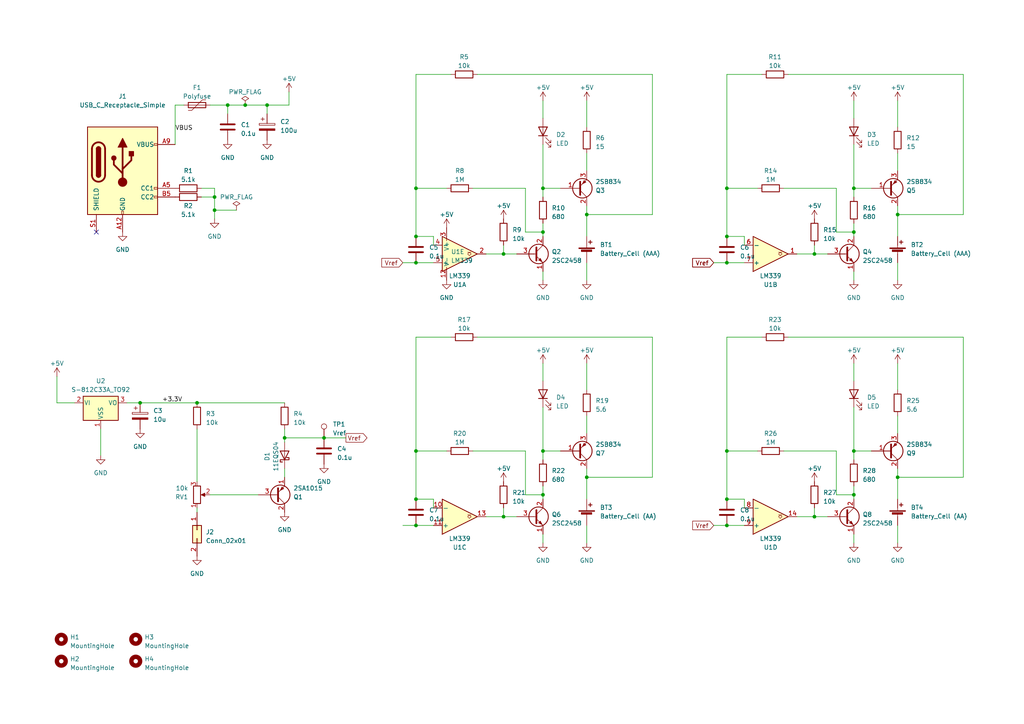
<source format=kicad_sch>
(kicad_sch (version 20230121) (generator eeschema)
  (paper "A4")
  (title_block (title "USB NiMH slow charger (for 4 battery cells)") (date "2023-03-12") (company "K.Takata"))
  (lib_symbols
    (symbol "Comparator:LM339" (pin_names (offset 0.127))
      (property "Reference" "U" (at 0 5.08 0))
      (property "Value" "LM339" (at 0 -5.08 0))
      (symbol "LM339_1_1"
        (polyline (pts (xy -5.08 5.08) (xy 5.08 0) (xy -5.08 -5.08) (xy -5.08 5.08)) (stroke (width 0.254)) (fill (type background)))
        (polyline (pts (xy 3.302 -0.508) (xy 2.794 -0.508) (xy 3.302 0) (xy 2.794 0.508) (xy 2.286 0) (xy 2.794 -0.508) (xy 2.286 -0.508)) (stroke (width 0.127)))
        (pin open_collector line (at 7.62 0 180) (length 2.54) (name "~") (number "2"))
        (pin input line (at -7.62 -2.54 0) (length 2.54) (name "-") (number "4"))
        (pin input line (at -7.62 2.54 0) (length 2.54) (name "+") (number "5"))
      )
      (symbol "LM339_2_1"
        (polyline (pts (xy -5.08 5.08) (xy 5.08 0) (xy -5.08 -5.08) (xy -5.08 5.08)) (stroke (width 0.254)) (fill (type background)))
        (polyline (pts (xy 3.302 -0.508) (xy 2.794 -0.508) (xy 3.302 0) (xy 2.794 0.508) (xy 2.286 0) (xy 2.794 -0.508) (xy 2.286 -0.508)) (stroke (width 0.127)))
        (pin open_collector line (at 7.62 0 180) (length 2.54) (name "~") (number "1"))
        (pin input line (at -7.62 -2.54 0) (length 2.54) (name "-") (number "6"))
        (pin input line (at -7.62 2.54 0) (length 2.54) (name "+") (number "7"))
      )
      (symbol "LM339_3_1"
        (polyline (pts (xy -5.08 5.08) (xy 5.08 0) (xy -5.08 -5.08) (xy -5.08 5.08)) (stroke (width 0.254)) (fill (type background)))
        (polyline (pts (xy 3.302 -0.508) (xy 2.794 -0.508) (xy 3.302 0) (xy 2.794 0.508) (xy 2.286 0) (xy 2.794 -0.508) (xy 2.286 -0.508)) (stroke (width 0.127)))
        (pin input line (at -7.62 -2.54 0) (length 2.54) (name "-") (number "10"))
        (pin input line (at -7.62 2.54 0) (length 2.54) (name "+") (number "11"))
        (pin open_collector line (at 7.62 0 180) (length 2.54) (name "~") (number "13"))
      )
      (symbol "LM339_4_1"
        (polyline (pts (xy -5.08 5.08) (xy 5.08 0) (xy -5.08 -5.08) (xy -5.08 5.08)) (stroke (width 0.254)) (fill (type background)))
        (polyline (pts (xy 3.302 -0.508) (xy 2.794 -0.508) (xy 3.302 0) (xy 2.794 0.508) (xy 2.286 0) (xy 2.794 -0.508) (xy 2.286 -0.508)) (stroke (width 0.127)))
        (pin open_collector line (at 7.62 0 180) (length 2.54) (name "~") (number "14"))
        (pin input line (at -7.62 -2.54 0) (length 2.54) (name "-") (number "8"))
        (pin input line (at -7.62 2.54 0) (length 2.54) (name "+") (number "9"))
      )
      (symbol "LM339_5_1"
        (pin power_in line (at -2.54 -7.62 90) (length 3.81) (name "V-") (number "12"))
        (pin power_in line (at -2.54 7.62 270) (length 3.81) (name "V+") (number "3"))
      )
    )
    (symbol "Connector:TestPoint" (pin_numbers hide) (pin_names (offset 0.762) hide)
      (property "Reference" "TP" (at 0 6.858 0))
      (property "Value" "TestPoint" (at 0 5.08 0))
      (symbol "TestPoint_0_1"
        (circle (center 0 3.302) (radius 0.762))
      )
      (symbol "TestPoint_1_1"
        (pin passive line (at 0 0 90) (length 2.54) (name "1") (number "1"))
      )
    )
    (symbol "Connector:USB_C_Receptacle_PowerOnly_6P" (pin_names (offset 1.016))
      (property "Reference" "J" (at 0 16.51 0))
      (property "Value" "USB_C_Receptacle_PowerOnly_6P" (at 0 13.97 0))
      (symbol "USB_C_Receptacle_PowerOnly_6P_0_0"
        (rectangle (start -0.254 -12.7) (end 0.254 -11.684))
        (rectangle (start 10.16 -7.366) (end 9.144 -7.874))
        (rectangle (start 10.16 -4.826) (end 9.144 -5.334))
        (rectangle (start 10.16 7.874) (end 9.144 7.366))
      )
      (symbol "USB_C_Receptacle_PowerOnly_6P_0_1"
        (rectangle (start -10.16 12.7) (end 10.16 -12.7) (stroke (width 0.254)) (fill (type background)))
        (arc (start -8.89 -1.27) (mid -6.985 -3.1667) (end -5.08 -1.27) (stroke (width 0.508)))
        (arc (start -7.62 -1.27) (mid -6.985 -1.9023) (end -6.35 -1.27) (stroke (width 0.254)))
        (arc (start -7.62 -1.27) (mid -6.985 -1.9023) (end -6.35 -1.27) (stroke (width 0.254)) (fill (type outline)))
        (rectangle (start -7.62 -1.27) (end -6.35 6.35) (stroke (width 0.254)) (fill (type outline)))
        (arc (start -6.35 6.35) (mid -6.985 6.9823) (end -7.62 6.35) (stroke (width 0.254)))
        (arc (start -6.35 6.35) (mid -6.985 6.9823) (end -7.62 6.35) (stroke (width 0.254)) (fill (type outline)))
        (arc (start -5.08 6.35) (mid -6.985 8.2467) (end -8.89 6.35) (stroke (width 0.508)))
        (circle (center -2.54 3.683) (radius 0.635) (stroke (width 0.254)) (fill (type outline)))
        (circle (center 0 -3.302) (radius 1.27) (fill (type outline)))
        (polyline (pts (xy -8.89 -1.27) (xy -8.89 6.35)) (stroke (width 0.508)))
        (polyline (pts (xy -5.08 6.35) (xy -5.08 -1.27)) (stroke (width 0.508)))
        (polyline (pts (xy 0 -3.302) (xy 0 6.858)) (stroke (width 0.508)))
        (polyline (pts (xy 0 -0.762) (xy -2.54 1.778) (xy -2.54 3.048)) (stroke (width 0.508)))
        (polyline (pts (xy 0 0.508) (xy 2.54 3.048) (xy 2.54 4.318)) (stroke (width 0.508)))
        (polyline (pts (xy -1.27 6.858) (xy 0 9.398) (xy 1.27 6.858) (xy -1.27 6.858)) (stroke (width 0.254)) (fill (type outline)))
        (rectangle (start 1.905 4.318) (end 3.175 5.588) (stroke (width 0.254)) (fill (type outline)))
      )
      (symbol "USB_C_Receptacle_PowerOnly_6P_1_1"
        (pin passive line (at 0 -17.78 90) (length 5.08) (name "GND") (number "A12"))
        (pin bidirectional line (at 15.24 -5.08 180) (length 5.08) (name "CC1") (number "A5"))
        (pin passive line (at 15.24 7.62 180) (length 5.08) (name "VBUS") (number "A9"))
        (pin passive line (at 0 -17.78 90) (length 5.08) hide (name "GND") (number "B12"))
        (pin bidirectional line (at 15.24 -7.62 180) (length 5.08) (name "CC2") (number "B5"))
        (pin passive line (at 15.24 7.62 180) (length 5.08) hide (name "VBUS") (number "B9"))
        (pin passive line (at -7.62 -17.78 90) (length 5.08) (name "SHIELD") (number "S1"))
      )
    )
    (symbol "Connector_Generic:Conn_02x01" (pin_names (offset 1.016) hide)
      (property "Reference" "J" (at 1.27 2.54 0))
      (property "Value" "Conn_02x01" (at 1.27 -2.54 0))
      (symbol "Conn_02x01_1_1"
        (rectangle (start -1.27 0.127) (end 0 -0.127) (stroke (width 0.1524)))
        (rectangle (start -1.27 1.27) (end 3.81 -1.27) (stroke (width 0.254)) (fill (type background)))
        (rectangle (start 3.81 0.127) (end 2.54 -0.127) (stroke (width 0.1524)))
        (pin passive line (at -5.08 0 0) (length 3.81) (name "Pin_1") (number "1"))
        (pin passive line (at 7.62 0 180) (length 3.81) (name "Pin_2") (number "2"))
      )
    )
    (symbol "Device:Battery_Cell" (pin_numbers hide) (pin_names (offset 0) hide)
      (property "Reference" "BT" (at 2.54 2.54 0))
      (property "Value" "Battery_Cell" (at 2.54 0 0))
      (symbol "Battery_Cell_0_1"
        (rectangle (start -2.286 1.778) (end 2.286 1.524) (fill (type outline)))
        (rectangle (start -1.5748 1.1938) (end 1.4732 0.6858) (fill (type outline)))
        (polyline (pts (xy 0 0.762) (xy 0 0)))
        (polyline (pts (xy 0 1.778) (xy 0 2.54)))
        (polyline (pts (xy 0.508 3.429) (xy 1.524 3.429)) (stroke (width 0.254)))
        (polyline (pts (xy 1.016 3.937) (xy 1.016 2.921)) (stroke (width 0.254)))
      )
      (symbol "Battery_Cell_1_1"
        (pin passive line (at 0 5.08 270) (length 2.54) (name "+") (number "1"))
        (pin passive line (at 0 -2.54 90) (length 2.54) (name "-") (number "2"))
      )
    )
    (symbol "Device:C" (pin_numbers hide) (pin_names (offset 0.254))
      (property "Reference" "C" (at 0.635 2.54 0))
      (property "Value" "C" (at 0.635 -2.54 0))
      (symbol "C_0_1"
        (polyline (pts (xy -2.032 -0.762) (xy 2.032 -0.762)) (stroke (width 0.508)))
        (polyline (pts (xy -2.032 0.762) (xy 2.032 0.762)) (stroke (width 0.508)))
      )
      (symbol "C_1_1"
        (pin passive line (at 0 3.81 270) (length 2.794) (name "~") (number "1"))
        (pin passive line (at 0 -3.81 90) (length 2.794) (name "~") (number "2"))
      )
    )
    (symbol "Device:C_Polarized" (pin_numbers hide) (pin_names (offset 0.254))
      (property "Reference" "C" (at 0.635 2.54 0))
      (property "Value" "C_Polarized" (at 0.635 -2.54 0))
      (symbol "C_Polarized_0_1"
        (rectangle (start -2.286 0.508) (end 2.286 1.016))
        (polyline (pts (xy -1.778 2.286) (xy -0.762 2.286)))
        (polyline (pts (xy -1.27 2.794) (xy -1.27 1.778)))
        (rectangle (start 2.286 -0.508) (end -2.286 -1.016) (fill (type outline)))
      )
      (symbol "C_Polarized_1_1"
        (pin passive line (at 0 3.81 270) (length 2.794) (name "~") (number "1"))
        (pin passive line (at 0 -3.81 90) (length 2.794) (name "~") (number "2"))
      )
    )
    (symbol "Device:LED" (pin_numbers hide) (pin_names (offset 1.016) hide)
      (property "Reference" "D" (at 0 2.54 0))
      (property "Value" "LED" (at 0 -2.54 0))
      (symbol "LED_0_1"
        (polyline (pts (xy -1.27 -1.27) (xy -1.27 1.27)) (stroke (width 0.254)))
        (polyline (pts (xy -1.27 0) (xy 1.27 0)))
        (polyline (pts (xy 1.27 -1.27) (xy 1.27 1.27) (xy -1.27 0) (xy 1.27 -1.27)) (stroke (width 0.254)))
        (polyline (pts (xy -3.048 -0.762) (xy -4.572 -2.286) (xy -3.81 -2.286) (xy -4.572 -2.286) (xy -4.572 -1.524)))
        (polyline (pts (xy -1.778 -0.762) (xy -3.302 -2.286) (xy -2.54 -2.286) (xy -3.302 -2.286) (xy -3.302 -1.524)))
      )
      (symbol "LED_1_1"
        (pin passive line (at -3.81 0 0) (length 2.54) (name "K") (number "1"))
        (pin passive line (at 3.81 0 180) (length 2.54) (name "A") (number "2"))
      )
    )
    (symbol "Device:Polyfuse" (pin_numbers hide) (pin_names (offset 0))
      (property "Reference" "F" (at -2.54 0 90))
      (property "Value" "Polyfuse" (at 2.54 0 90))
      (symbol "Polyfuse_0_1"
        (rectangle (start -0.762 2.54) (end 0.762 -2.54) (stroke (width 0.254)))
        (polyline (pts (xy 0 2.54) (xy 0 -2.54)))
        (polyline (pts (xy -1.524 2.54) (xy -1.524 1.524) (xy 1.524 -1.524) (xy 1.524 -2.54)))
      )
      (symbol "Polyfuse_1_1"
        (pin passive line (at 0 3.81 270) (length 1.27) (name "~") (number "1"))
        (pin passive line (at 0 -3.81 90) (length 1.27) (name "~") (number "2"))
      )
    )
    (symbol "Device:R" (pin_numbers hide) (pin_names (offset 0))
      (property "Reference" "R" (at 2.032 0 90))
      (property "Value" "R" (at 0 0 90))
      (symbol "R_0_1"
        (rectangle (start -1.016 -2.54) (end 1.016 2.54) (stroke (width 0.254)))
      )
      (symbol "R_1_1"
        (pin passive line (at 0 3.81 270) (length 1.27) (name "~") (number "1"))
        (pin passive line (at 0 -3.81 90) (length 1.27) (name "~") (number "2"))
      )
    )
    (symbol "Device:R_Potentiometer" (pin_names (offset 1.016) hide)
      (property "Reference" "RV" (at -4.445 0 90))
      (property "Value" "R_Potentiometer" (at -2.54 0 90))
      (symbol "R_Potentiometer_0_1"
        (polyline (pts (xy 2.54 0) (xy 1.524 0)))
        (polyline (pts (xy 1.143 0) (xy 2.286 0.508) (xy 2.286 -0.508) (xy 1.143 0)) (fill (type outline)))
        (rectangle (start 1.016 2.54) (end -1.016 -2.54) (stroke (width 0.254)))
      )
      (symbol "R_Potentiometer_1_1"
        (pin passive line (at 0 3.81 270) (length 1.27) (name "1") (number "1"))
        (pin passive line (at 3.81 0 180) (length 1.27) (name "2") (number "2"))
        (pin passive line (at 0 -3.81 90) (length 1.27) (name "3") (number "3"))
      )
    )
    (symbol "Mechanical:MountingHole" (pin_names (offset 1.016))
      (property "Reference" "H" (at 0 5.08 0))
      (property "Value" "MountingHole" (at 0 3.175 0))
      (symbol "MountingHole_0_1"
        (circle (center 0 0) (radius 1.27) (stroke (width 1.27)))
      )
    )
    (symbol "Transistor_BJT:2SA1015" (pin_names (offset 0) hide)
      (property "Reference" "Q" (at 5.08 1.905 0))
      (property "Value" "2SA1015" (at 5.08 0 0))
      (symbol "2SA1015_0_1"
        (polyline (pts (xy 0 0) (xy 0.635 0)))
        (polyline (pts (xy 2.54 -2.54) (xy 0.635 -0.635)))
        (polyline (pts (xy 2.54 2.54) (xy 0.635 0.635)))
        (polyline (pts (xy 0.635 1.905) (xy 0.635 -1.905) (xy 0.635 -1.905)) (stroke (width 0.508)) (fill (type outline)))
        (polyline (pts (xy 1.778 -2.286) (xy 2.286 -1.778) (xy 1.27 -1.27) (xy 1.778 -2.286) (xy 1.778 -2.286)) (fill (type outline)))
        (circle (center 1.27 0) (radius 2.8194) (stroke (width 0.254)))
      )
      (symbol "2SA1015_1_1"
        (pin passive line (at 2.54 -5.08 90) (length 2.54) (name "E") (number "1"))
        (pin passive line (at 2.54 5.08 270) (length 2.54) (name "C") (number "2"))
        (pin input line (at -5.08 0 0) (length 5.08) (name "B") (number "3"))
      )
    )
    (symbol "mylib:11EQS04" (pin_numbers hide) (pin_names (offset 1.016) hide)
      (property "Reference" "D" (at 0 2.54 0))
      (property "Value" "11EQS04" (at 0 -2.54 0))
      (symbol "11EQS04_0_1"
        (polyline (pts (xy 1.27 0) (xy -1.27 0)))
        (polyline (pts (xy 1.27 1.27) (xy 1.27 -1.27) (xy -1.27 0) (xy 1.27 1.27)) (stroke (width 0.254)))
        (polyline (pts (xy -1.905 0.635) (xy -1.905 1.27) (xy -1.27 1.27) (xy -1.27 -1.27) (xy -0.635 -1.27) (xy -0.635 -0.635)) (stroke (width 0.254)))
      )
      (symbol "11EQS04_1_1"
        (pin passive line (at -3.81 0 0) (length 2.54) (name "K") (number "1"))
        (pin passive line (at 3.81 0 180) (length 2.54) (name "A") (number "2"))
      )
    )
    (symbol "mylib:2SB834" (pin_names (offset 0) hide)
      (property "Reference" "Q" (at 6.35 1.905 0))
      (property "Value" "2SB834" (at 6.35 0 0))
      (symbol "2SB834_0_1"
        (polyline (pts (xy 0.635 0.635) (xy 2.54 2.54)))
        (polyline (pts (xy 0.635 -0.635) (xy 2.54 -2.54) (xy 2.54 -2.54)))
        (polyline (pts (xy 0.635 1.905) (xy 0.635 -1.905) (xy 0.635 -1.905)) (stroke (width 0.508)))
        (polyline (pts (xy 2.286 -1.778) (xy 1.778 -2.286) (xy 1.27 -1.27) (xy 2.286 -1.778) (xy 2.286 -1.778)) (fill (type outline)))
        (circle (center 1.27 0) (radius 2.8194) (stroke (width 0.254)))
      )
      (symbol "2SB834_1_1"
        (pin input line (at -5.08 0 0) (length 5.715) (name "B") (number "1"))
        (pin passive line (at 2.54 5.08 270) (length 2.54) (name "C") (number "2"))
        (pin passive line (at 2.54 -5.08 90) (length 2.54) (name "E") (number "3"))
      )
    )
    (symbol "mylib:2SC2458" (pin_names (offset 0) hide)
      (property "Reference" "Q" (at 5.08 1.905 0))
      (property "Value" "2SC2458" (at 5.08 0 0))
      (symbol "2SC2458_0_1"
        (polyline (pts (xy 0 0) (xy 0.508 0)))
        (polyline (pts (xy 0.635 0.635) (xy 2.54 2.54)))
        (polyline (pts (xy 0.635 -0.635) (xy 2.54 -2.54) (xy 2.54 -2.54)))
        (polyline (pts (xy 0.635 1.905) (xy 0.635 -1.905) (xy 0.635 -1.905)) (stroke (width 0.508)))
        (polyline (pts (xy 1.27 -1.778) (xy 1.778 -1.27) (xy 2.286 -2.286) (xy 1.27 -1.778) (xy 1.27 -1.778)) (fill (type outline)))
        (circle (center 1.27 0) (radius 2.8194) (stroke (width 0.254)))
      )
      (symbol "2SC2458_1_1"
        (pin passive line (at 2.54 -5.08 90) (length 2.54) (name "E") (number "1"))
        (pin passive line (at 2.54 5.08 270) (length 2.54) (name "C") (number "2"))
        (pin input line (at -5.08 0 0) (length 5.08) (name "B") (number "3"))
      )
    )
    (symbol "mylib:S-812CxxA_TO92" (pin_names (offset 0.254))
      (property "Reference" "U" (at -3.81 3.175 0))
      (property "Value" "S-812CxxA_TO92" (at 0 3.175 0))
      (symbol "S-812CxxA_TO92_0_1"
        (rectangle (start -5.08 -5.08) (end 5.08 1.905) (stroke (width 0.254)) (fill (type background)))
      )
      (symbol "S-812CxxA_TO92_1_1"
        (pin power_in line (at 0 -7.62 90) (length 2.54) (name "VSS") (number "1"))
        (pin power_in line (at -7.62 0 0) (length 2.54) (name "VI") (number "2"))
        (pin power_out line (at 7.62 0 180) (length 2.54) (name "VO") (number "3"))
      )
    )
    (symbol "power:+5V" (power) (pin_names (offset 0))
      (property "Value" "+5V" (at 0 3.556 0))
      (symbol "+5V_0_1"
        (polyline (pts (xy -0.762 1.27) (xy 0 2.54)))
        (polyline (pts (xy 0 0) (xy 0 2.54)))
        (polyline (pts (xy 0 2.54) (xy 0.762 1.27)))
      )
      (symbol "+5V_1_1"
        (pin power_in line (at 0 0 90) (length 0) hide (name "+5V") (number "1"))
      )
    )
    (symbol "power:GND" (power) (pin_names (offset 0))
      (property "Value" "GND" (at 0 -3.81 0))
      (symbol "GND_0_1"
        (polyline (pts (xy 0 0) (xy 0 -1.27) (xy 1.27 -1.27) (xy 0 -2.54) (xy -1.27 -1.27) (xy 0 -1.27)))
      )
      (symbol "GND_1_1"
        (pin power_in line (at 0 0 270) (length 0) hide (name "GND") (number "1"))
      )
    )
    (symbol "power:PWR_FLAG" (power) (pin_numbers hide) (pin_names (offset 0) hide)
      (property "Value" "PWR_FLAG" (at 0 3.81 0))
      (symbol "PWR_FLAG_0_0"
        (pin power_out line (at 0 0 90) (length 0) (name "pwr") (number "1"))
      )
      (symbol "PWR_FLAG_0_1"
        (polyline (pts (xy 0 0) (xy 0 1.27) (xy -1.016 1.905) (xy 0 2.54) (xy 1.016 1.905) (xy 0 1.27)))
      )
    )
  )
  (junction (at 66.04 30.48))
  (junction (at 120.65 68.58))
  (junction (at 260.35 138.43))
  (junction (at 157.48 67.31))
  (junction (at 62.23 60.96))
  (junction (at 77.47 30.48))
  (junction (at 71.12 30.48))
  (junction (at 40.64 116.84))
  (junction (at 120.65 130.81))
  (junction (at 210.82 68.58))
  (junction (at 247.65 54.61))
  (junction (at 157.48 130.81))
  (junction (at 120.65 144.78))
  (junction (at 57.15 116.84))
  (junction (at 210.82 76.2))
  (junction (at 210.82 144.78))
  (junction (at 236.22 149.86))
  (junction (at 62.23 57.15))
  (junction (at 93.98 127))
  (junction (at 82.55 127))
  (junction (at 236.22 73.66))
  (junction (at 146.05 149.86))
  (junction (at 157.48 54.61))
  (junction (at 210.82 54.61))
  (junction (at 247.65 67.31))
  (junction (at 120.65 152.4))
  (junction (at 260.35 62.23))
  (junction (at 247.65 143.51))
  (junction (at 157.48 143.51))
  (junction (at 210.82 152.4))
  (junction (at 146.05 73.66))
  (junction (at 170.18 62.23))
  (junction (at 210.82 130.81))
  (junction (at 120.65 54.61))
  (junction (at 247.65 130.81))
  (junction (at 170.18 138.43))
  (junction (at 120.65 76.2))
  (no_connect (at 27.94 67.31))
  (wire (pts (xy 215.9 68.58) (xy 210.82 68.58)))
  (wire (pts (xy 62.23 57.15) (xy 58.42 57.15)))
  (wire (pts (xy 146.05 73.66) (xy 149.86 73.66)))
  (wire (pts (xy 57.15 148.59) (xy 57.15 147.32)))
  (wire (pts (xy 157.48 140.97) (xy 157.48 143.51)))
  (wire (pts (xy 260.35 138.43) (xy 260.35 144.78)))
  (wire (pts (xy 236.22 149.86) (xy 240.03 149.86)))
  (wire (pts (xy 157.48 29.21) (xy 157.48 34.29)))
  (wire (pts (xy 210.82 152.4) (xy 215.9 152.4)))
  (wire (pts (xy 157.48 81.28) (xy 157.48 78.74)))
  (wire (pts (xy 146.05 71.12) (xy 146.05 73.66)))
  (wire (pts (xy 16.51 116.84) (xy 21.59 116.84)))
  (wire (pts (xy 170.18 29.21) (xy 170.18 36.83)))
  (wire (pts (xy 242.57 143.51) (xy 247.65 143.51)))
  (wire (pts (xy 140.97 149.86) (xy 146.05 149.86)))
  (wire (pts (xy 260.35 120.65) (xy 260.35 125.73)))
  (wire (pts (xy 93.98 127) (xy 100.33 127)))
  (wire (pts (xy 170.18 138.43) (xy 170.18 144.78)))
  (wire (pts (xy 279.4 62.23) (xy 260.35 62.23)))
  (wire (pts (xy 170.18 62.23) (xy 170.18 68.58)))
  (wire (pts (xy 247.65 143.51) (xy 247.65 144.78)))
  (wire (pts (xy 60.96 143.51) (xy 74.93 143.51)))
  (wire (pts (xy 125.73 68.58) (xy 120.65 68.58)))
  (wire (pts (xy 260.35 29.21) (xy 260.35 36.83)))
  (wire (pts (xy 279.4 21.59) (xy 279.4 62.23)))
  (wire (pts (xy 189.23 21.59) (xy 189.23 62.23)))
  (wire (pts (xy 157.48 54.61) (xy 162.56 54.61)))
  (wire (pts (xy 152.4 67.31) (xy 157.48 67.31)))
  (wire (pts (xy 247.65 54.61) (xy 252.73 54.61)))
  (wire (pts (xy 215.9 144.78) (xy 210.82 144.78)))
  (wire (pts (xy 247.65 54.61) (xy 247.65 57.15)))
  (wire (pts (xy 83.82 30.48) (xy 83.82 26.67)))
  (wire (pts (xy 170.18 105.41) (xy 170.18 113.03)))
  (wire (pts (xy 242.57 54.61) (xy 242.57 67.31)))
  (wire (pts (xy 247.65 105.41) (xy 247.65 110.49)))
  (wire (pts (xy 57.15 116.84) (xy 82.55 116.84)))
  (wire (pts (xy 82.55 124.46) (xy 82.55 127)))
  (wire (pts (xy 228.6 21.59) (xy 279.4 21.59)))
  (wire (pts (xy 50.8 41.91) (xy 50.8 30.48)))
  (wire (pts (xy 242.57 67.31) (xy 247.65 67.31)))
  (wire (pts (xy 220.98 97.79) (xy 210.82 97.79)))
  (wire (pts (xy 228.6 97.79) (xy 279.4 97.79)))
  (wire (pts (xy 120.65 76.2) (xy 125.73 76.2)))
  (wire (pts (xy 236.22 73.66) (xy 240.03 73.66)))
  (wire (pts (xy 260.35 105.41) (xy 260.35 113.03)))
  (wire (pts (xy 170.18 59.69) (xy 170.18 62.23)))
  (wire (pts (xy 220.98 21.59) (xy 210.82 21.59)))
  (wire (pts (xy 125.73 147.32) (xy 125.73 144.78)))
  (wire (pts (xy 82.55 128.27) (xy 82.55 127)))
  (wire (pts (xy 157.48 41.91) (xy 157.48 54.61)))
  (wire (pts (xy 210.82 76.2) (xy 215.9 76.2)))
  (wire (pts (xy 130.81 97.79) (xy 120.65 97.79)))
  (wire (pts (xy 57.15 124.46) (xy 57.15 139.7)))
  (wire (pts (xy 66.04 30.48) (xy 66.04 33.02)))
  (wire (pts (xy 116.84 76.2) (xy 120.65 76.2)))
  (wire (pts (xy 247.65 64.77) (xy 247.65 67.31)))
  (wire (pts (xy 146.05 147.32) (xy 146.05 149.86)))
  (wire (pts (xy 120.65 130.81) (xy 120.65 144.78)))
  (wire (pts (xy 247.65 67.31) (xy 247.65 68.58)))
  (wire (pts (xy 247.65 41.91) (xy 247.65 54.61)))
  (wire (pts (xy 219.71 54.61) (xy 210.82 54.61)))
  (wire (pts (xy 247.65 29.21) (xy 247.65 34.29)))
  (wire (pts (xy 40.64 116.84) (xy 57.15 116.84)))
  (wire (pts (xy 157.48 130.81) (xy 157.48 133.35)))
  (wire (pts (xy 189.23 97.79) (xy 189.23 138.43)))
  (wire (pts (xy 130.81 21.59) (xy 120.65 21.59)))
  (wire (pts (xy 129.54 130.81) (xy 120.65 130.81)))
  (wire (pts (xy 71.12 30.48) (xy 77.47 30.48)))
  (wire (pts (xy 207.01 152.4) (xy 210.82 152.4)))
  (wire (pts (xy 77.47 30.48) (xy 83.82 30.48)))
  (wire (pts (xy 189.23 62.23) (xy 170.18 62.23)))
  (wire (pts (xy 125.73 144.78) (xy 120.65 144.78)))
  (wire (pts (xy 152.4 130.81) (xy 152.4 143.51)))
  (wire (pts (xy 157.48 54.61) (xy 157.48 57.15)))
  (wire (pts (xy 247.65 81.28) (xy 247.65 78.74)))
  (wire (pts (xy 170.18 44.45) (xy 170.18 49.53)))
  (wire (pts (xy 62.23 57.15) (xy 62.23 54.61)))
  (wire (pts (xy 210.82 54.61) (xy 210.82 68.58)))
  (wire (pts (xy 62.23 60.96) (xy 62.23 57.15)))
  (wire (pts (xy 215.9 147.32) (xy 215.9 144.78)))
  (wire (pts (xy 247.65 140.97) (xy 247.65 143.51)))
  (wire (pts (xy 120.65 21.59) (xy 120.65 54.61)))
  (wire (pts (xy 152.4 143.51) (xy 157.48 143.51)))
  (wire (pts (xy 210.82 130.81) (xy 210.82 144.78)))
  (wire (pts (xy 36.83 116.84) (xy 40.64 116.84)))
  (wire (pts (xy 16.51 109.22) (xy 16.51 116.84)))
  (wire (pts (xy 120.65 152.4) (xy 125.73 152.4)))
  (wire (pts (xy 82.55 127) (xy 93.98 127)))
  (wire (pts (xy 60.96 30.48) (xy 66.04 30.48)))
  (wire (pts (xy 129.54 54.61) (xy 120.65 54.61)))
  (wire (pts (xy 260.35 81.28) (xy 260.35 76.2)))
  (wire (pts (xy 247.65 130.81) (xy 247.65 133.35)))
  (wire (pts (xy 170.18 135.89) (xy 170.18 138.43)))
  (wire (pts (xy 77.47 30.48) (xy 77.47 33.02)))
  (wire (pts (xy 260.35 59.69) (xy 260.35 62.23)))
  (wire (pts (xy 62.23 60.96) (xy 68.58 60.96)))
  (wire (pts (xy 210.82 21.59) (xy 210.82 54.61)))
  (wire (pts (xy 170.18 157.48) (xy 170.18 152.4)))
  (wire (pts (xy 137.16 54.61) (xy 152.4 54.61)))
  (wire (pts (xy 279.4 138.43) (xy 260.35 138.43)))
  (wire (pts (xy 157.48 143.51) (xy 157.48 144.78)))
  (wire (pts (xy 170.18 120.65) (xy 170.18 125.73)))
  (wire (pts (xy 227.33 130.81) (xy 242.57 130.81)))
  (wire (pts (xy 219.71 130.81) (xy 210.82 130.81)))
  (wire (pts (xy 116.84 152.4) (xy 120.65 152.4)))
  (wire (pts (xy 242.57 130.81) (xy 242.57 143.51)))
  (wire (pts (xy 215.9 71.12) (xy 215.9 68.58)))
  (wire (pts (xy 247.65 157.48) (xy 247.65 154.94)))
  (wire (pts (xy 66.04 30.48) (xy 71.12 30.48)))
  (wire (pts (xy 157.48 67.31) (xy 157.48 68.58)))
  (wire (pts (xy 50.8 30.48) (xy 53.34 30.48)))
  (wire (pts (xy 236.22 71.12) (xy 236.22 73.66)))
  (wire (pts (xy 138.43 97.79) (xy 189.23 97.79)))
  (wire (pts (xy 62.23 60.96) (xy 62.23 63.5)))
  (wire (pts (xy 157.48 130.81) (xy 162.56 130.81)))
  (wire (pts (xy 137.16 130.81) (xy 152.4 130.81)))
  (wire (pts (xy 140.97 73.66) (xy 146.05 73.66)))
  (wire (pts (xy 247.65 130.81) (xy 252.73 130.81)))
  (wire (pts (xy 210.82 97.79) (xy 210.82 130.81)))
  (wire (pts (xy 260.35 44.45) (xy 260.35 49.53)))
  (wire (pts (xy 227.33 54.61) (xy 242.57 54.61)))
  (wire (pts (xy 157.48 118.11) (xy 157.48 130.81)))
  (wire (pts (xy 146.05 149.86) (xy 149.86 149.86)))
  (wire (pts (xy 247.65 118.11) (xy 247.65 130.81)))
  (wire (pts (xy 189.23 138.43) (xy 170.18 138.43)))
  (wire (pts (xy 236.22 147.32) (xy 236.22 149.86)))
  (wire (pts (xy 279.4 97.79) (xy 279.4 138.43)))
  (wire (pts (xy 260.35 135.89) (xy 260.35 138.43)))
  (wire (pts (xy 260.35 62.23) (xy 260.35 68.58)))
  (wire (pts (xy 120.65 54.61) (xy 120.65 68.58)))
  (wire (pts (xy 138.43 21.59) (xy 189.23 21.59)))
  (wire (pts (xy 231.14 73.66) (xy 236.22 73.66)))
  (wire (pts (xy 58.42 54.61) (xy 62.23 54.61)))
  (wire (pts (xy 170.18 81.28) (xy 170.18 76.2)))
  (wire (pts (xy 260.35 157.48) (xy 260.35 152.4)))
  (wire (pts (xy 157.48 64.77) (xy 157.48 67.31)))
  (wire (pts (xy 29.21 124.46) (xy 29.21 132.08)))
  (wire (pts (xy 120.65 97.79) (xy 120.65 130.81)))
  (wire (pts (xy 207.01 76.2) (xy 210.82 76.2)))
  (wire (pts (xy 152.4 54.61) (xy 152.4 67.31)))
  (wire (pts (xy 125.73 71.12) (xy 125.73 68.58)))
  (wire (pts (xy 231.14 149.86) (xy 236.22 149.86)))
  (wire (pts (xy 82.55 135.89) (xy 82.55 138.43)))
  (wire (pts (xy 157.48 105.41) (xy 157.48 110.49)))
  (wire (pts (xy 157.48 157.48) (xy 157.48 154.94)))
  (label "+3.3V" (at 46.99 116.84 0))
  (label "VBUS" (at 50.8 38.1 0))
  (global_label "Vref" (shape output) (at 100.33 127 0) (property "Intersheetrefs" "${INTERSHEET_REFS}" (effects hide)))
  (global_label "Vref" (shape input) (at 116.84 76.2 180) (property "Intersheetrefs" "${INTERSHEET_REFS}" (effects hide)))
  (global_label "Vref" (shape input) (at 207.01 76.2 180) (property "Intersheetrefs" "${INTERSHEET_REFS}" (effects hide)))
  (global_label "Vref" (shape input) (at 207.01 76.2 180) (property "Intersheetrefs" "${INTERSHEET_REFS}" (effects hide)))
  (global_label "Vref" (shape input) (at 207.01 152.4 180) (property "Intersheetrefs" "${INTERSHEET_REFS}" (effects hide)))
  (symbol (lib_id "power:GND") (at 57.15 161.29 0) (unit 1)
    (property "Reference" "#PWR013" (effects hide))
    (property "Value" "GND" (at 57.15 166.37 0))
  )
  (symbol (lib_id "mylib:2SC2458") (at 245.11 73.66 0) (unit 1)
    (property "Reference" "Q4" (at 250.19 73.025 0) (effects (justify left)))
    (property "Value" "2SC2458" (at 250.19 75.565 0) (effects (justify left)))
    (property "Footprint" "Package_TO_SOT_THT:TO-92S_Wide" (effects hide))
    (property "Datasheet" "https://media.digikey.com/pdf/Data%20Sheets/Micro%20Commercial%20PDFs/2SC2458-x.pdf" (effects hide))
  )
  (symbol (lib_id "power:GND") (at 40.64 124.46 0) (unit 1)
    (property "Reference" "#PWR012" (effects hide))
    (property "Value" "GND" (at 40.64 129.54 0))
  )
  (symbol (lib_id "Mechanical:MountingHole") (at 39.37 185.42 0) (unit 1)
    (property "Reference" "H3" (at 41.91 184.785 0) (effects (justify left)))
    (property "Value" "MountingHole" (at 41.91 187.325 0) (effects (justify left)))
    (property "Footprint" "MountingHole:MountingHole_3.2mm_M3" (effects hide))
  )
  (symbol (lib_id "Comparator:LM339") (at 133.35 73.66 0) (mirror x) (unit 1)
    (property "Reference" "U1" (at 133.35 82.55 0))
    (property "Value" "LM339" (at 133.35 80.01 0))
    (property "Footprint" "Package_DIP:DIP-14_W7.62mm_LongPads" (effects hide))
    (property "Datasheet" "https://www.st.com/resource/en/datasheet/lm139.pdf" (effects hide))
  )
  (symbol (lib_id "power:+5V") (at 157.48 105.41 0) (unit 1)
    (property "Reference" "#PWR029" (effects hide))
    (property "Value" "+5V" (at 157.48 101.6 0))
  )
  (symbol (lib_id "power:GND") (at 66.04 40.64 0) (unit 1)
    (property "Reference" "#PWR09" (effects hide))
    (property "Value" "GND" (at 66.04 45.72 0))
  )
  (symbol (lib_id "power:GND") (at 260.35 81.28 0) (unit 1)
    (property "Reference" "#PWR028" (effects hide))
    (property "Value" "GND" (at 260.35 86.36 0))
  )
  (symbol (lib_id "power:GND") (at 247.65 81.28 0) (unit 1)
    (property "Reference" "#PWR026" (effects hide))
    (property "Value" "GND" (at 247.65 86.36 0))
  )
  (symbol (lib_id "mylib:2SC2458") (at 154.94 73.66 0) (unit 1)
    (property "Reference" "Q2" (at 160.02 73.025 0) (effects (justify left)))
    (property "Value" "2SC2458" (at 160.02 75.565 0) (effects (justify left)))
    (property "Footprint" "Package_TO_SOT_THT:TO-92S_Wide" (effects hide))
    (property "Datasheet" "https://media.digikey.com/pdf/Data%20Sheets/Micro%20Commercial%20PDFs/2SC2458-x.pdf" (effects hide))
  )
  (symbol (lib_id "Connector:USB_C_Receptacle_PowerOnly_6P") (at 35.56 49.53 0) (unit 1)
    (property "Reference" "J1" (at 35.56 27.94 0))
    (property "Value" "USB_C_Receptacle_Simple" (at 35.56 30.48 0))
    (property "Footprint" "mylib:USB_C_Receptacle_CUI_Devices_UJC-HP-3-SMT-TR" (effects hide))
    (property "Datasheet" "https://www.usb.org/sites/default/files/documents/usb_type-c.zip" (effects hide))
  )
  (symbol (lib_id "Device:R") (at 247.65 137.16 0) (unit 1)
    (property "Reference" "R28" (at 250.19 136.525 0) (effects (justify left)))
    (property "Value" "680" (at 250.19 139.065 0) (effects (justify left)))
    (property "Footprint" "Resistor_THT:R_Axial_DIN0204_L3.6mm_D1.6mm_P5.08mm_Horizontal" (effects hide))
  )
  (symbol (lib_id "Device:R") (at 236.22 67.31 0) (unit 1)
    (property "Reference" "R15" (at 238.76 66.675 0) (effects (justify left)))
    (property "Value" "10k" (at 238.76 69.215 0) (effects (justify left)))
    (property "Footprint" "Resistor_THT:R_Axial_DIN0207_L6.3mm_D2.5mm_P2.54mm_Vertical" (effects hide))
  )
  (symbol (lib_id "Device:R") (at 170.18 116.84 0) (unit 1)
    (property "Reference" "R19" (at 172.72 116.205 0) (effects (justify left)))
    (property "Value" "5.6" (at 172.72 118.745 0) (effects (justify left)))
    (property "Footprint" "Resistor_THT:R_Axial_DIN0207_L6.3mm_D2.5mm_P2.54mm_Vertical" (effects hide))
  )
  (symbol (lib_id "Comparator:LM339") (at 223.52 149.86 0) (mirror x) (unit 4)
    (property "Reference" "U1" (at 223.52 158.75 0))
    (property "Value" "LM339" (at 223.52 156.21 0))
    (property "Footprint" "Package_DIP:DIP-14_W7.62mm_LongPads" (effects hide))
    (property "Datasheet" "https://www.st.com/resource/en/datasheet/lm139.pdf" (effects hide))
  )
  (symbol (lib_id "power:GND") (at 93.98 134.62 0) (unit 1)
    (property "Reference" "#PWR015" (effects hide))
    (property "Value" "GND" (at 93.98 139.7 0))
  )
  (symbol (lib_id "mylib:2SB834") (at 257.81 130.81 0) (mirror x) (unit 1)
    (property "Reference" "Q9" (at 262.89 131.445 0) (effects (justify left)))
    (property "Value" "2SB834" (at 262.89 128.905 0) (effects (justify left)))
    (property "Footprint" "Package_TO_SOT_THT:TO-220-3_Vertical" (effects hide))
    (property "Datasheet" "https://akizukidenshi.com/download/ds/unisonic/2SB834.pdf" (effects hide))
  )
  (symbol (lib_id "Comparator:LM339") (at 223.52 73.66 0) (mirror x) (unit 2)
    (property "Reference" "U1" (at 223.52 82.55 0))
    (property "Value" "LM339" (at 223.52 80.01 0))
    (property "Footprint" "Package_DIP:DIP-14_W7.62mm_LongPads" (effects hide))
    (property "Datasheet" "https://www.st.com/resource/en/datasheet/lm139.pdf" (effects hide))
  )
  (symbol (lib_id "Comparator:LM339") (at 132.08 73.66 0) (unit 5)
    (property "Reference" "U1" (at 130.81 73.025 0) (effects (justify left)))
    (property "Value" "LM339" (at 130.81 75.565 0) (effects (justify left)))
    (property "Footprint" "Package_DIP:DIP-14_W7.62mm_LongPads" (effects hide))
    (property "Datasheet" "https://www.st.com/resource/en/datasheet/lm139.pdf" (effects hide))
  )
  (symbol (lib_id "Device:R") (at 134.62 21.59 270) (unit 1)
    (property "Reference" "R5" (at 134.62 16.51 90))
    (property "Value" "10k" (at 134.62 19.05 90))
    (property "Footprint" "Resistor_THT:R_Axial_DIN0207_L6.3mm_D2.5mm_P2.54mm_Vertical" (effects hide))
  )
  (symbol (lib_id "Device:LED") (at 247.65 38.1 90) (unit 1)
    (property "Reference" "D3" (at 251.46 39.0525 90) (effects (justify right)))
    (property "Value" "LED" (at 251.46 41.5925 90) (effects (justify right)))
    (property "Footprint" "LED_THT:LED_D5.0mm" (effects hide))
  )
  (symbol (lib_id "Device:R_Potentiometer") (at 57.15 143.51 0) (mirror x) (unit 1)
    (property "Reference" "RV1" (at 54.61 144.145 0) (effects (justify right)))
    (property "Value" "10k" (at 54.61 141.605 0) (effects (justify right)))
    (property "Footprint" "Potentiometer_THT:Potentiometer_ACP_CA6-H2,5_Horizontal" (effects hide))
  )
  (symbol (lib_id "Device:R") (at 170.18 40.64 0) (unit 1)
    (property "Reference" "R6" (at 172.72 40.005 0) (effects (justify left)))
    (property "Value" "15" (at 172.72 42.545 0) (effects (justify left)))
    (property "Footprint" "Resistor_THT:R_Axial_DIN0207_L6.3mm_D2.5mm_P2.54mm_Vertical" (effects hide))
  )
  (symbol (lib_id "Device:C_Polarized") (at 40.64 120.65 0) (unit 1)
    (property "Reference" "C3" (at 44.45 119.126 0) (effects (justify left)))
    (property "Value" "10u" (at 44.45 121.666 0) (effects (justify left)))
    (property "Footprint" "Capacitor_THT:CP_Radial_D5.0mm_P2.00mm" (effects hide))
  )
  (symbol (lib_id "power:+5V") (at 260.35 29.21 0) (unit 1)
    (property "Reference" "#PWR027" (effects hide))
    (property "Value" "+5V" (at 260.35 25.4 0))
  )
  (symbol (lib_id "power:GND") (at 62.23 63.5 0) (unit 1)
    (property "Reference" "#PWR05" (effects hide))
    (property "Value" "GND" (at 62.23 68.58 0))
  )
  (symbol (lib_id "power:+5V") (at 247.65 105.41 0) (unit 1)
    (property "Reference" "#PWR031" (effects hide))
    (property "Value" "+5V" (at 247.65 101.6 0))
  )
  (symbol (lib_id "Device:Battery_Cell") (at 170.18 73.66 0) (unit 1)
    (property "Reference" "BT1" (at 173.99 70.993 0) (effects (justify left)))
    (property "Value" "Battery_Cell (AAA)" (at 173.99 73.533 0) (effects (justify left)))
    (property "Footprint" "Battery:BatteryHolder_Keystone_2466_1xAAA" (effects hide))
  )
  (symbol (lib_id "Connector:TestPoint") (at 93.98 127 0) (unit 1)
    (property "Reference" "TP1" (at 96.52 123.063 0) (effects (justify left)))
    (property "Value" "Vref" (at 96.52 125.603 0) (effects (justify left)))
    (property "Footprint" "TestPoint:TestPoint_THTPad_D1.5mm_Drill0.7mm" (effects hide))
  )
  (symbol (lib_id "power:+5V") (at 157.48 29.21 0) (unit 1)
    (property "Reference" "#PWR018" (effects hide))
    (property "Value" "+5V" (at 157.48 25.4 0))
  )
  (symbol (lib_id "Mechanical:MountingHole") (at 17.78 185.42 0) (unit 1)
    (property "Reference" "H1" (at 20.32 184.785 0) (effects (justify left)))
    (property "Value" "MountingHole" (at 20.32 187.325 0) (effects (justify left)))
    (property "Footprint" "MountingHole:MountingHole_3.2mm_M3" (effects hide))
  )
  (symbol (lib_id "Mechanical:MountingHole") (at 39.37 191.77 0) (unit 1)
    (property "Reference" "H4" (at 41.91 191.135 0) (effects (justify left)))
    (property "Value" "MountingHole" (at 41.91 193.675 0) (effects (justify left)))
    (property "Footprint" "MountingHole:MountingHole_3.2mm_M3" (effects hide))
  )
  (symbol (lib_id "Device:C") (at 210.82 72.39 0) (unit 1)
    (property "Reference" "C6" (at 214.63 71.755 0) (effects (justify left)))
    (property "Value" "0.1u" (at 214.63 74.295 0) (effects (justify left)))
    (property "Footprint" "Capacitor_THT:C_Disc_D4.3mm_W1.9mm_P5.00mm" (effects hide))
  )
  (symbol (lib_id "Device:C") (at 93.98 130.81 0) (unit 1)
    (property "Reference" "C4" (at 97.79 130.175 0) (effects (justify left)))
    (property "Value" "0.1u" (at 97.79 132.715 0) (effects (justify left)))
    (property "Footprint" "Capacitor_THT:C_Disc_D4.3mm_W1.9mm_P5.00mm" (effects hide))
  )
  (symbol (lib_id "mylib:2SC2458") (at 245.11 149.86 0) (unit 1)
    (property "Reference" "Q8" (at 250.19 149.225 0) (effects (justify left)))
    (property "Value" "2SC2458" (at 250.19 151.765 0) (effects (justify left)))
    (property "Footprint" "Package_TO_SOT_THT:TO-92S_Wide" (effects hide))
    (property "Datasheet" "https://media.digikey.com/pdf/Data%20Sheets/Micro%20Commercial%20PDFs/2SC2458-x.pdf" (effects hide))
  )
  (symbol (lib_id "power:+5V") (at 236.22 139.7 0) (unit 1)
    (property "Reference" "#PWR023" (effects hide))
    (property "Value" "+5V" (at 236.22 135.89 0))
  )
  (symbol (lib_id "mylib:S-812CxxA_TO92") (at 29.21 116.84 0) (unit 1)
    (property "Reference" "U2" (at 29.21 110.49 0))
    (property "Value" "S-812C33A_TO92" (at 29.21 113.03 0))
    (property "Footprint" "Package_TO_SOT_THT:TO-92_Inline_Wide" (effects hide))
    (property "Datasheet" "https://www.ablic.com/jp/doc/datasheet/voltage_regulator/S812C_J.pdf" (effects hide))
  )
  (symbol (lib_id "Device:R") (at 224.79 97.79 270) (unit 1)
    (property "Reference" "R23" (at 224.79 92.71 90))
    (property "Value" "10k" (at 224.79 95.25 90))
    (property "Footprint" "Resistor_THT:R_Axial_DIN0207_L6.3mm_D2.5mm_P2.54mm_Vertical" (effects hide))
  )
  (symbol (lib_id "Device:R") (at 260.35 116.84 0) (unit 1)
    (property "Reference" "R25" (at 262.89 116.205 0) (effects (justify left)))
    (property "Value" "5.6" (at 262.89 118.745 0) (effects (justify left)))
    (property "Footprint" "Resistor_THT:R_Axial_DIN0207_L6.3mm_D2.5mm_P2.54mm_Vertical" (effects hide))
  )
  (symbol (lib_id "mylib:2SC2458") (at 154.94 149.86 0) (unit 1)
    (property "Reference" "Q6" (at 160.02 149.225 0) (effects (justify left)))
    (property "Value" "2SC2458" (at 160.02 151.765 0) (effects (justify left)))
    (property "Footprint" "Package_TO_SOT_THT:TO-92S_Wide" (effects hide))
    (property "Datasheet" "https://media.digikey.com/pdf/Data%20Sheets/Micro%20Commercial%20PDFs/2SC2458-x.pdf" (effects hide))
  )
  (symbol (lib_id "mylib:2SB834") (at 257.81 54.61 0) (mirror x) (unit 1)
    (property "Reference" "Q5" (at 262.89 55.245 0) (effects (justify left)))
    (property "Value" "2SB834" (at 262.89 52.705 0) (effects (justify left)))
    (property "Footprint" "Package_TO_SOT_THT:TO-220-3_Vertical" (effects hide))
    (property "Datasheet" "https://akizukidenshi.com/download/ds/unisonic/2SB834.pdf" (effects hide))
  )
  (symbol (lib_id "Device:C") (at 120.65 148.59 0) (unit 1)
    (property "Reference" "C7" (at 124.46 147.955 0) (effects (justify left)))
    (property "Value" "0.1u" (at 124.46 150.495 0) (effects (justify left)))
    (property "Footprint" "Capacitor_THT:C_Disc_D4.3mm_W1.9mm_P5.00mm" (effects hide))
  )
  (symbol (lib_id "Device:R") (at 157.48 137.16 0) (unit 1)
    (property "Reference" "R22" (at 160.02 136.525 0) (effects (justify left)))
    (property "Value" "680" (at 160.02 139.065 0) (effects (justify left)))
    (property "Footprint" "Resistor_THT:R_Axial_DIN0204_L3.6mm_D1.6mm_P5.08mm_Horizontal" (effects hide))
  )
  (symbol (lib_id "power:+5V") (at 260.35 105.41 0) (unit 1)
    (property "Reference" "#PWR035" (effects hide))
    (property "Value" "+5V" (at 260.35 101.6 0))
  )
  (symbol (lib_id "Device:R") (at 223.52 54.61 270) (unit 1)
    (property "Reference" "R14" (at 223.52 49.53 90))
    (property "Value" "1M" (at 223.52 52.07 90))
    (property "Footprint" "Resistor_THT:R_Axial_DIN0207_L6.3mm_D2.5mm_P2.54mm_Vertical" (effects hide))
  )
  (symbol (lib_id "Connector_Generic:Conn_02x01") (at 57.15 153.67 270) (unit 1)
    (property "Reference" "J2" (at 59.69 154.305 90) (effects (justify left)))
    (property "Value" "Conn_02x01" (at 59.69 156.845 90) (effects (justify left)))
    (property "Footprint" "Connector_PinHeader_2.54mm:PinHeader_1x02_P2.54mm_Vertical" (effects hide))
  )
  (symbol (lib_id "power:PWR_FLAG") (at 68.58 60.96 0) (unit 1)
    (property "Reference" "#FLG02" (effects hide))
    (property "Value" "PWR_FLAG" (at 68.58 57.15 0))
  )
  (symbol (lib_id "Device:R") (at 224.79 21.59 270) (unit 1)
    (property "Reference" "R11" (at 224.79 16.51 90))
    (property "Value" "10k" (at 224.79 19.05 90))
    (property "Footprint" "Resistor_THT:R_Axial_DIN0207_L6.3mm_D2.5mm_P2.54mm_Vertical" (effects hide))
  )
  (symbol (lib_id "power:GND") (at 129.54 81.28 0) (unit 1)
    (property "Reference" "#PWR07" (effects hide))
    (property "Value" "GND" (at 129.54 86.36 0))
  )
  (symbol (lib_id "Device:R") (at 133.35 130.81 270) (unit 1)
    (property "Reference" "R20" (at 133.35 125.73 90))
    (property "Value" "1M" (at 133.35 128.27 90))
    (property "Footprint" "Resistor_THT:R_Axial_DIN0207_L6.3mm_D2.5mm_P2.54mm_Vertical" (effects hide))
  )
  (symbol (lib_id "power:GND") (at 260.35 157.48 0) (unit 1)
    (property "Reference" "#PWR036" (effects hide))
    (property "Value" "GND" (at 260.35 162.56 0))
  )
  (symbol (lib_id "Device:R") (at 236.22 143.51 0) (unit 1)
    (property "Reference" "R27" (at 238.76 142.875 0) (effects (justify left)))
    (property "Value" "10k" (at 238.76 145.415 0) (effects (justify left)))
    (property "Footprint" "Resistor_THT:R_Axial_DIN0207_L6.3mm_D2.5mm_P2.54mm_Vertical" (effects hide))
  )
  (symbol (lib_id "Device:LED") (at 157.48 114.3 90) (unit 1)
    (property "Reference" "D4" (at 161.29 115.2525 90) (effects (justify right)))
    (property "Value" "LED" (at 161.29 117.7925 90) (effects (justify right)))
    (property "Footprint" "LED_THT:LED_D5.0mm" (effects hide))
  )
  (symbol (lib_id "Device:R") (at 146.05 67.31 0) (unit 1)
    (property "Reference" "R9" (at 148.59 66.675 0) (effects (justify left)))
    (property "Value" "10k" (at 148.59 69.215 0) (effects (justify left)))
    (property "Footprint" "Resistor_THT:R_Axial_DIN0207_L6.3mm_D2.5mm_P2.54mm_Vertical" (effects hide))
  )
  (symbol (lib_id "Mechanical:MountingHole") (at 17.78 191.77 0) (unit 1)
    (property "Reference" "H2" (at 20.32 191.135 0) (effects (justify left)))
    (property "Value" "MountingHole" (at 20.32 193.675 0) (effects (justify left)))
    (property "Footprint" "MountingHole:MountingHole_3.2mm_M3" (effects hide))
  )
  (symbol (lib_id "power:GND") (at 247.65 157.48 0) (unit 1)
    (property "Reference" "#PWR032" (effects hide))
    (property "Value" "GND" (at 247.65 162.56 0))
  )
  (symbol (lib_id "Device:R") (at 82.55 120.65 0) (unit 1)
    (property "Reference" "R4" (at 85.09 120.015 0) (effects (justify left)))
    (property "Value" "10k" (at 85.09 122.555 0) (effects (justify left)))
    (property "Footprint" "Resistor_THT:R_Axial_DIN0207_L6.3mm_D2.5mm_P2.54mm_Vertical" (effects hide))
  )
  (symbol (lib_id "power:GND") (at 170.18 157.48 0) (unit 1)
    (property "Reference" "#PWR034" (effects hide))
    (property "Value" "GND" (at 170.18 162.56 0))
  )
  (symbol (lib_id "Transistor_BJT:2SA1015") (at 80.01 143.51 0) (mirror x) (unit 1)
    (property "Reference" "Q1" (at 85.09 144.145 0) (effects (justify left)))
    (property "Value" "2SA1015" (at 85.09 141.605 0) (effects (justify left)))
    (property "Footprint" "Package_TO_SOT_THT:TO-92_Inline_Wide" (effects hide))
    (property "Datasheet" "http://www.datasheetcatalog.org/datasheet/toshiba/905.pdf" (effects hide))
  )
  (symbol (lib_id "power:PWR_FLAG") (at 71.12 30.48 0) (unit 1)
    (property "Reference" "#FLG01" (effects hide))
    (property "Value" "PWR_FLAG" (at 71.12 26.67 0))
  )
  (symbol (lib_id "Device:Polyfuse") (at 57.15 30.48 270) (unit 1)
    (property "Reference" "F1" (at 57.15 25.4 90))
    (property "Value" "Polyfuse" (at 57.15 27.94 90))
    (property "Footprint" "Capacitor_THT:C_Disc_D4.3mm_W1.9mm_P5.00mm" (effects hide))
  )
  (symbol (lib_id "power:GND") (at 29.21 132.08 0) (unit 1)
    (property "Reference" "#PWR08" (effects hide))
    (property "Value" "GND" (at 29.21 137.16 0))
  )
  (symbol (lib_id "power:GND") (at 77.47 40.64 0) (unit 1)
    (property "Reference" "#PWR010" (effects hide))
    (property "Value" "GND" (at 77.47 45.72 0))
  )
  (symbol (lib_id "Comparator:LM339") (at 133.35 149.86 0) (mirror x) (unit 3)
    (property "Reference" "U1" (at 133.35 158.75 0))
    (property "Value" "LM339" (at 133.35 156.21 0))
    (property "Footprint" "Package_DIP:DIP-14_W7.62mm_LongPads" (effects hide))
    (property "Datasheet" "https://www.st.com/resource/en/datasheet/lm139.pdf" (effects hide))
  )
  (symbol (lib_id "power:+5V") (at 129.54 66.04 0) (unit 1)
    (property "Reference" "#PWR02" (effects hide))
    (property "Value" "+5V" (at 129.54 62.23 0))
  )
  (symbol (lib_id "Device:R") (at 54.61 57.15 270) (unit 1)
    (property "Reference" "R2" (at 54.61 59.69 90))
    (property "Value" "5.1k" (at 54.61 62.23 90))
    (property "Footprint" "Resistor_THT:R_Axial_DIN0204_L3.6mm_D1.6mm_P2.54mm_Vertical" (effects hide))
  )
  (symbol (lib_id "Device:Battery_Cell") (at 260.35 149.86 0) (unit 1)
    (property "Reference" "BT4" (at 264.16 147.193 0) (effects (justify left)))
    (property "Value" "Battery_Cell (AA)" (at 264.16 149.733 0) (effects (justify left)))
    (property "Footprint" "Battery:BatteryHolder_Keystone_2460_1xAA" (effects hide))
  )
  (symbol (lib_id "power:+5V") (at 146.05 139.7 0) (unit 1)
    (property "Reference" "#PWR022" (effects hide))
    (property "Value" "+5V" (at 146.05 135.89 0))
  )
  (symbol (lib_id "power:+5V") (at 170.18 29.21 0) (unit 1)
    (property "Reference" "#PWR017" (effects hide))
    (property "Value" "+5V" (at 170.18 25.4 0))
  )
  (symbol (lib_id "power:GND") (at 157.48 157.48 0) (unit 1)
    (property "Reference" "#PWR030" (effects hide))
    (property "Value" "GND" (at 157.48 162.56 0))
  )
  (symbol (lib_id "Device:R") (at 157.48 60.96 0) (unit 1)
    (property "Reference" "R10" (at 160.02 60.325 0) (effects (justify left)))
    (property "Value" "680" (at 160.02 62.865 0) (effects (justify left)))
    (property "Footprint" "Resistor_THT:R_Axial_DIN0204_L3.6mm_D1.6mm_P5.08mm_Horizontal" (effects hide))
  )
  (symbol (lib_id "power:+5V") (at 236.22 63.5 0) (unit 1)
    (property "Reference" "#PWR024" (effects hide))
    (property "Value" "+5V" (at 236.22 59.69 0))
  )
  (symbol (lib_id "power:GND") (at 82.55 148.59 0) (unit 1)
    (property "Reference" "#PWR014" (effects hide))
    (property "Value" "GND" (at 82.55 153.67 0))
  )
  (symbol (lib_id "Device:R") (at 260.35 40.64 0) (unit 1)
    (property "Reference" "R12" (at 262.89 40.005 0) (effects (justify left)))
    (property "Value" "15" (at 262.89 42.545 0) (effects (justify left)))
    (property "Footprint" "Resistor_THT:R_Axial_DIN0207_L6.3mm_D2.5mm_P2.54mm_Vertical" (effects hide))
  )
  (symbol (lib_id "Device:Battery_Cell") (at 170.18 149.86 0) (unit 1)
    (property "Reference" "BT3" (at 173.99 147.193 0) (effects (justify left)))
    (property "Value" "Battery_Cell (AA)" (at 173.99 149.733 0) (effects (justify left)))
    (property "Footprint" "Battery:BatteryHolder_Keystone_2460_1xAA" (effects hide))
  )
  (symbol (lib_id "Device:R") (at 146.05 143.51 0) (unit 1)
    (property "Reference" "R21" (at 148.59 142.875 0) (effects (justify left)))
    (property "Value" "10k" (at 148.59 145.415 0) (effects (justify left)))
    (property "Footprint" "Resistor_THT:R_Axial_DIN0207_L6.3mm_D2.5mm_P2.54mm_Vertical" (effects hide))
  )
  (symbol (lib_id "mylib:11EQS04") (at 82.55 132.08 90) (unit 1)
    (property "Reference" "D1" (at 77.47 132.3975 0))
    (property "Value" "11EQS04" (at 80.01 132.3975 0))
    (property "Footprint" "Diode_THT:D_DO-41_SOD81_P2.54mm_Vertical_AnodeUp" (effects hide))
    (property "Datasheet" "https://akizukidenshi.com/download/ds/ni/11EQS04.pdf" (effects hide))
  )
  (symbol (lib_id "Device:C") (at 66.04 36.83 0) (unit 1)
    (property "Reference" "C1" (at 69.85 36.195 0) (effects (justify left)))
    (property "Value" "0.1u" (at 69.85 38.735 0) (effects (justify left)))
    (property "Footprint" "Capacitor_THT:C_Disc_D4.3mm_W1.9mm_P5.00mm" (effects hide))
  )
  (symbol (lib_id "Device:C") (at 120.65 72.39 0) (unit 1)
    (property "Reference" "C5" (at 124.46 71.755 0) (effects (justify left)))
    (property "Value" "0.1u" (at 124.46 74.295 0) (effects (justify left)))
    (property "Footprint" "Capacitor_THT:C_Disc_D4.3mm_W1.9mm_P5.00mm" (effects hide))
  )
  (symbol (lib_id "power:GND") (at 170.18 81.28 0) (unit 1)
    (property "Reference" "#PWR021" (effects hide))
    (property "Value" "GND" (at 170.18 86.36 0))
  )
  (symbol (lib_id "Device:LED") (at 157.48 38.1 90) (unit 1)
    (property "Reference" "D2" (at 161.29 39.0525 90) (effects (justify right)))
    (property "Value" "LED" (at 161.29 41.5925 90) (effects (justify right)))
    (property "Footprint" "LED_THT:LED_D5.0mm" (effects hide))
  )
  (symbol (lib_id "Device:R") (at 134.62 97.79 270) (unit 1)
    (property "Reference" "R17" (at 134.62 92.71 90))
    (property "Value" "10k" (at 134.62 95.25 90))
    (property "Footprint" "Resistor_THT:R_Axial_DIN0207_L6.3mm_D2.5mm_P2.54mm_Vertical" (effects hide))
  )
  (symbol (lib_id "power:+5V") (at 16.51 109.22 0) (unit 1)
    (property "Reference" "#PWR011" (effects hide))
    (property "Value" "+5V" (at 16.51 105.41 0))
  )
  (symbol (lib_id "mylib:2SB834") (at 167.64 54.61 0) (mirror x) (unit 1)
    (property "Reference" "Q3" (at 172.72 55.245 0) (effects (justify left)))
    (property "Value" "2SB834" (at 172.72 52.705 0) (effects (justify left)))
    (property "Footprint" "Package_TO_SOT_THT:TO-220-3_Vertical" (effects hide))
    (property "Datasheet" "https://akizukidenshi.com/download/ds/unisonic/2SB834.pdf" (effects hide))
  )
  (symbol (lib_id "power:+5V") (at 170.18 105.41 0) (unit 1)
    (property "Reference" "#PWR033" (effects hide))
    (property "Value" "+5V" (at 170.18 101.6 0))
  )
  (symbol (lib_id "Device:R") (at 57.15 120.65 0) (unit 1)
    (property "Reference" "R3" (at 59.69 120.015 0) (effects (justify left)))
    (property "Value" "10k" (at 59.69 122.555 0) (effects (justify left)))
    (property "Footprint" "Resistor_THT:R_Axial_DIN0207_L6.3mm_D2.5mm_P2.54mm_Vertical" (effects hide))
  )
  (symbol (lib_id "Device:C") (at 210.82 148.59 0) (unit 1)
    (property "Reference" "C8" (at 214.63 147.955 0) (effects (justify left)))
    (property "Value" "0.1u" (at 214.63 150.495 0) (effects (justify left)))
    (property "Footprint" "Capacitor_THT:C_Disc_D4.3mm_W1.9mm_P5.00mm" (effects hide))
  )
  (symbol (lib_id "power:+5V") (at 247.65 29.21 0) (unit 1)
    (property "Reference" "#PWR025" (effects hide))
    (property "Value" "+5V" (at 247.65 25.4 0))
  )
  (symbol (lib_id "Device:C_Polarized") (at 77.47 36.83 0) (unit 1)
    (property "Reference" "C2" (at 81.28 35.306 0) (effects (justify left)))
    (property "Value" "100u" (at 81.28 37.846 0) (effects (justify left)))
    (property "Footprint" "Capacitor_THT:CP_Radial_D5.0mm_P2.00mm" (effects hide))
  )
  (symbol (lib_id "Device:R") (at 223.52 130.81 270) (unit 1)
    (property "Reference" "R26" (at 223.52 125.73 90))
    (property "Value" "1M" (at 223.52 128.27 90))
    (property "Footprint" "Resistor_THT:R_Axial_DIN0207_L6.3mm_D2.5mm_P2.54mm_Vertical" (effects hide))
  )
  (symbol (lib_id "Device:R") (at 133.35 54.61 270) (unit 1)
    (property "Reference" "R8" (at 133.35 49.53 90))
    (property "Value" "1M" (at 133.35 52.07 90))
    (property "Footprint" "Resistor_THT:R_Axial_DIN0207_L6.3mm_D2.5mm_P2.54mm_Vertical" (effects hide))
  )
  (symbol (lib_id "Device:LED") (at 247.65 114.3 90) (unit 1)
    (property "Reference" "D5" (at 251.46 115.2525 90) (effects (justify right)))
    (property "Value" "LED" (at 251.46 117.7925 90) (effects (justify right)))
    (property "Footprint" "LED_THT:LED_D5.0mm" (effects hide))
  )
  (symbol (lib_id "power:GND") (at 157.48 81.28 0) (unit 1)
    (property "Reference" "#PWR020" (effects hide))
    (property "Value" "GND" (at 157.48 86.36 0))
  )
  (symbol (lib_id "power:GND") (at 35.56 67.31 0) (unit 1)
    (property "Reference" "#PWR04" (effects hide))
    (property "Value" "GND" (at 35.56 72.39 0))
  )
  (symbol (lib_id "power:+5V") (at 83.82 26.67 0) (unit 1)
    (property "Reference" "#PWR01" (effects hide))
    (property "Value" "+5V" (at 83.82 22.86 0))
  )
  (symbol (lib_id "mylib:2SB834") (at 167.64 130.81 0) (mirror x) (unit 1)
    (property "Reference" "Q7" (at 172.72 131.445 0) (effects (justify left)))
    (property "Value" "2SB834" (at 172.72 128.905 0) (effects (justify left)))
    (property "Footprint" "Package_TO_SOT_THT:TO-220-3_Vertical" (effects hide))
    (property "Datasheet" "https://akizukidenshi.com/download/ds/unisonic/2SB834.pdf" (effects hide))
  )
  (symbol (lib_id "Device:R") (at 247.65 60.96 0) (unit 1)
    (property "Reference" "R16" (at 250.19 60.325 0) (effects (justify left)))
    (property "Value" "680" (at 250.19 62.865 0) (effects (justify left)))
    (property "Footprint" "Resistor_THT:R_Axial_DIN0204_L3.6mm_D1.6mm_P5.08mm_Horizontal" (effects hide))
  )
  (symbol (lib_id "Device:R") (at 54.61 54.61 270) (unit 1)
    (property "Reference" "R1" (at 54.61 49.53 90))
    (property "Value" "5.1k" (at 54.61 52.07 90))
    (property "Footprint" "Resistor_THT:R_Axial_DIN0204_L3.6mm_D1.6mm_P2.54mm_Vertical" (effects hide))
  )
  (symbol (lib_id "power:+5V") (at 146.05 63.5 0) (unit 1)
    (property "Reference" "#PWR019" (effects hide))
    (property "Value" "+5V" (at 146.05 59.69 0))
  )
  (symbol (lib_id "Device:Battery_Cell") (at 260.35 73.66 0) (unit 1)
    (property "Reference" "BT2" (at 264.16 70.993 0) (effects (justify left)))
    (property "Value" "Battery_Cell (AAA)" (at 264.16 73.533 0) (effects (justify left)))
    (property "Footprint" "Battery:BatteryHolder_Keystone_2466_1xAAA" (effects hide))
  )
)
</source>
